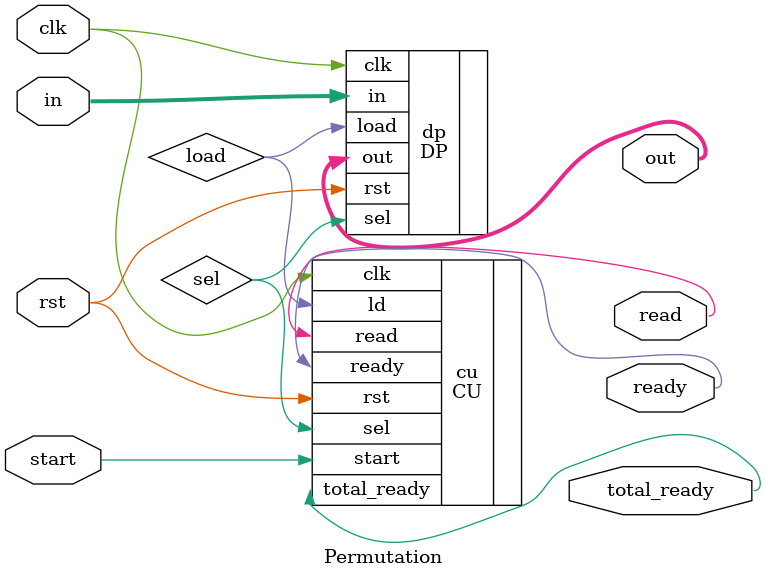
<source format=v>
module Permutation (in, clk, rst, start, total_ready, ready, read, out);
    input [24:0] in;
    input clk, rst, start;
    output total_ready, ready, read;
    output [24:0] out;

    wire load,sel;
    CU cu(.clk(clk), .rst(rst), .start(start), .sel(sel), .ld(load),
          .total_ready(total_ready), .ready(ready), .read(read));
    DP dp(.in(in), .clk(clk), .rst(rst), .sel(sel), .load(load) , .out(out));
endmodule
</source>
